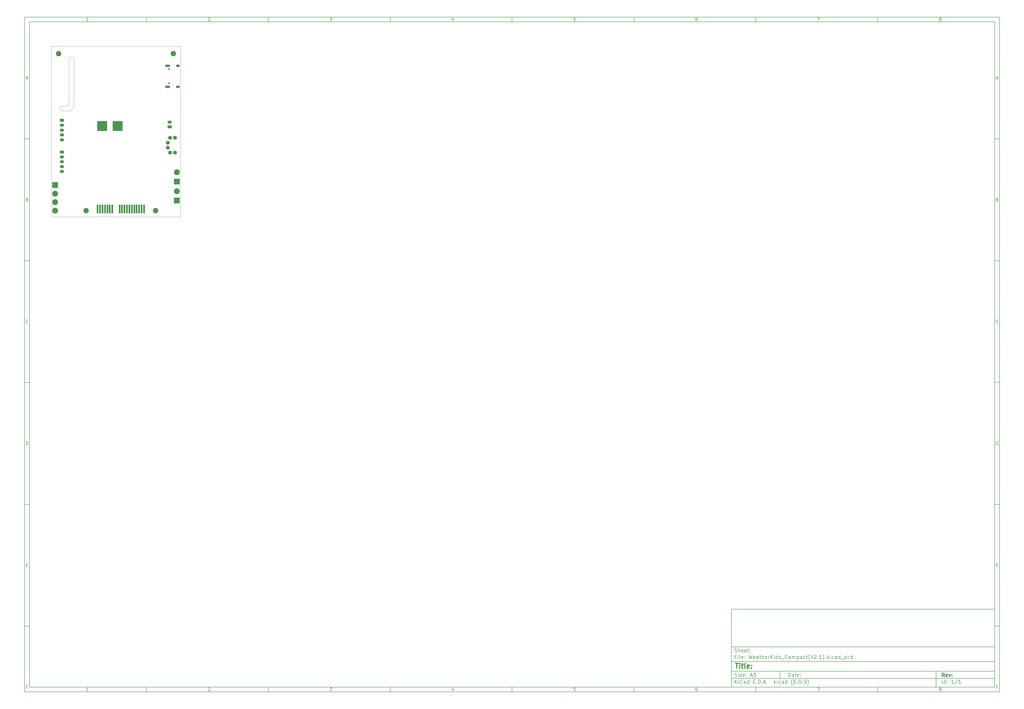
<source format=gbr>
%TF.GenerationSoftware,KiCad,Pcbnew,(6.0.9)*%
%TF.CreationDate,2023-07-18T14:40:25+05:30*%
%TF.ProjectId,WeatherKids_Compact(V2.1),57656174-6865-4724-9b69-64735f436f6d,rev?*%
%TF.SameCoordinates,PX1406f40PY14fb180*%
%TF.FileFunction,Soldermask,Bot*%
%TF.FilePolarity,Negative*%
%FSLAX46Y46*%
G04 Gerber Fmt 4.6, Leading zero omitted, Abs format (unit mm)*
G04 Created by KiCad (PCBNEW (6.0.9)) date 2023-07-18 14:40:25*
%MOMM*%
%LPD*%
G01*
G04 APERTURE LIST*
G04 Aperture macros list*
%AMRoundRect*
0 Rectangle with rounded corners*
0 $1 Rounding radius*
0 $2 $3 $4 $5 $6 $7 $8 $9 X,Y pos of 4 corners*
0 Add a 4 corners polygon primitive as box body*
4,1,4,$2,$3,$4,$5,$6,$7,$8,$9,$2,$3,0*
0 Add four circle primitives for the rounded corners*
1,1,$1+$1,$2,$3*
1,1,$1+$1,$4,$5*
1,1,$1+$1,$6,$7*
1,1,$1+$1,$8,$9*
0 Add four rect primitives between the rounded corners*
20,1,$1+$1,$2,$3,$4,$5,0*
20,1,$1+$1,$4,$5,$6,$7,0*
20,1,$1+$1,$6,$7,$8,$9,0*
20,1,$1+$1,$8,$9,$2,$3,0*%
G04 Aperture macros list end*
%ADD10C,0.100000*%
%ADD11C,0.150000*%
%ADD12C,0.300000*%
%ADD13C,0.400000*%
%TA.AperFunction,Profile*%
%ADD14C,0.050000*%
%TD*%
%ADD15RoundRect,0.227272X-1.772728X-1.772728X1.772728X-1.772728X1.772728X1.772728X-1.772728X1.772728X0*%
%ADD16C,2.200000*%
%ADD17C,2.400000*%
%ADD18R,2.400000X2.400000*%
%ADD19C,1.600000*%
%ADD20O,2.100000X1.000000*%
%ADD21O,1.600000X1.000000*%
%ADD22C,0.650000*%
%ADD23O,1.750000X1.200000*%
%ADD24RoundRect,0.250000X-0.625000X0.350000X-0.625000X-0.350000X0.625000X-0.350000X0.625000X0.350000X0*%
%ADD25R,0.700000X3.600000*%
%ADD26RoundRect,0.250000X0.625000X-0.350000X0.625000X0.350000X-0.625000X0.350000X-0.625000X-0.350000X0*%
G04 APERTURE END LIST*
D10*
D11*
X278989000Y-231002200D02*
X278989000Y-263002200D01*
X386989000Y-263002200D01*
X386989000Y-231002200D01*
X278989000Y-231002200D01*
D10*
D11*
X-11000000Y12000000D02*
X-11000000Y-265002200D01*
X388989000Y-265002200D01*
X388989000Y12000000D01*
X-11000000Y12000000D01*
D10*
D11*
X-9000000Y10000000D02*
X-9000000Y-263002200D01*
X386989000Y-263002200D01*
X386989000Y10000000D01*
X-9000000Y10000000D01*
D10*
D11*
X39000000Y10000000D02*
X39000000Y12000000D01*
D10*
D11*
X89000000Y10000000D02*
X89000000Y12000000D01*
D10*
D11*
X139000000Y10000000D02*
X139000000Y12000000D01*
D10*
D11*
X189000000Y10000000D02*
X189000000Y12000000D01*
D10*
D11*
X239000000Y10000000D02*
X239000000Y12000000D01*
D10*
D11*
X289000000Y10000000D02*
X289000000Y12000000D01*
D10*
D11*
X339000000Y10000000D02*
X339000000Y12000000D01*
D10*
D11*
X15065476Y10411905D02*
X14322619Y10411905D01*
X14694047Y10411905D02*
X14694047Y11711905D01*
X14570238Y11526191D01*
X14446428Y11402381D01*
X14322619Y11340477D01*
D10*
D11*
X64322619Y11588096D02*
X64384523Y11650000D01*
X64508333Y11711905D01*
X64817857Y11711905D01*
X64941666Y11650000D01*
X65003571Y11588096D01*
X65065476Y11464286D01*
X65065476Y11340477D01*
X65003571Y11154762D01*
X64260714Y10411905D01*
X65065476Y10411905D01*
D10*
D11*
X114260714Y11711905D02*
X115065476Y11711905D01*
X114632142Y11216667D01*
X114817857Y11216667D01*
X114941666Y11154762D01*
X115003571Y11092858D01*
X115065476Y10969048D01*
X115065476Y10659524D01*
X115003571Y10535715D01*
X114941666Y10473810D01*
X114817857Y10411905D01*
X114446428Y10411905D01*
X114322619Y10473810D01*
X114260714Y10535715D01*
D10*
D11*
X164941666Y11278572D02*
X164941666Y10411905D01*
X164632142Y11773810D02*
X164322619Y10845239D01*
X165127380Y10845239D01*
D10*
D11*
X215003571Y11711905D02*
X214384523Y11711905D01*
X214322619Y11092858D01*
X214384523Y11154762D01*
X214508333Y11216667D01*
X214817857Y11216667D01*
X214941666Y11154762D01*
X215003571Y11092858D01*
X215065476Y10969048D01*
X215065476Y10659524D01*
X215003571Y10535715D01*
X214941666Y10473810D01*
X214817857Y10411905D01*
X214508333Y10411905D01*
X214384523Y10473810D01*
X214322619Y10535715D01*
D10*
D11*
X264941666Y11711905D02*
X264694047Y11711905D01*
X264570238Y11650000D01*
X264508333Y11588096D01*
X264384523Y11402381D01*
X264322619Y11154762D01*
X264322619Y10659524D01*
X264384523Y10535715D01*
X264446428Y10473810D01*
X264570238Y10411905D01*
X264817857Y10411905D01*
X264941666Y10473810D01*
X265003571Y10535715D01*
X265065476Y10659524D01*
X265065476Y10969048D01*
X265003571Y11092858D01*
X264941666Y11154762D01*
X264817857Y11216667D01*
X264570238Y11216667D01*
X264446428Y11154762D01*
X264384523Y11092858D01*
X264322619Y10969048D01*
D10*
D11*
X314260714Y11711905D02*
X315127380Y11711905D01*
X314570238Y10411905D01*
D10*
D11*
X364570238Y11154762D02*
X364446428Y11216667D01*
X364384523Y11278572D01*
X364322619Y11402381D01*
X364322619Y11464286D01*
X364384523Y11588096D01*
X364446428Y11650000D01*
X364570238Y11711905D01*
X364817857Y11711905D01*
X364941666Y11650000D01*
X365003571Y11588096D01*
X365065476Y11464286D01*
X365065476Y11402381D01*
X365003571Y11278572D01*
X364941666Y11216667D01*
X364817857Y11154762D01*
X364570238Y11154762D01*
X364446428Y11092858D01*
X364384523Y11030953D01*
X364322619Y10907143D01*
X364322619Y10659524D01*
X364384523Y10535715D01*
X364446428Y10473810D01*
X364570238Y10411905D01*
X364817857Y10411905D01*
X364941666Y10473810D01*
X365003571Y10535715D01*
X365065476Y10659524D01*
X365065476Y10907143D01*
X365003571Y11030953D01*
X364941666Y11092858D01*
X364817857Y11154762D01*
D10*
D11*
X39000000Y-263002200D02*
X39000000Y-265002200D01*
D10*
D11*
X89000000Y-263002200D02*
X89000000Y-265002200D01*
D10*
D11*
X139000000Y-263002200D02*
X139000000Y-265002200D01*
D10*
D11*
X189000000Y-263002200D02*
X189000000Y-265002200D01*
D10*
D11*
X239000000Y-263002200D02*
X239000000Y-265002200D01*
D10*
D11*
X289000000Y-263002200D02*
X289000000Y-265002200D01*
D10*
D11*
X339000000Y-263002200D02*
X339000000Y-265002200D01*
D10*
D11*
X15065476Y-264590295D02*
X14322619Y-264590295D01*
X14694047Y-264590295D02*
X14694047Y-263290295D01*
X14570238Y-263476009D01*
X14446428Y-263599819D01*
X14322619Y-263661723D01*
D10*
D11*
X64322619Y-263414104D02*
X64384523Y-263352200D01*
X64508333Y-263290295D01*
X64817857Y-263290295D01*
X64941666Y-263352200D01*
X65003571Y-263414104D01*
X65065476Y-263537914D01*
X65065476Y-263661723D01*
X65003571Y-263847438D01*
X64260714Y-264590295D01*
X65065476Y-264590295D01*
D10*
D11*
X114260714Y-263290295D02*
X115065476Y-263290295D01*
X114632142Y-263785533D01*
X114817857Y-263785533D01*
X114941666Y-263847438D01*
X115003571Y-263909342D01*
X115065476Y-264033152D01*
X115065476Y-264342676D01*
X115003571Y-264466485D01*
X114941666Y-264528390D01*
X114817857Y-264590295D01*
X114446428Y-264590295D01*
X114322619Y-264528390D01*
X114260714Y-264466485D01*
D10*
D11*
X164941666Y-263723628D02*
X164941666Y-264590295D01*
X164632142Y-263228390D02*
X164322619Y-264156961D01*
X165127380Y-264156961D01*
D10*
D11*
X215003571Y-263290295D02*
X214384523Y-263290295D01*
X214322619Y-263909342D01*
X214384523Y-263847438D01*
X214508333Y-263785533D01*
X214817857Y-263785533D01*
X214941666Y-263847438D01*
X215003571Y-263909342D01*
X215065476Y-264033152D01*
X215065476Y-264342676D01*
X215003571Y-264466485D01*
X214941666Y-264528390D01*
X214817857Y-264590295D01*
X214508333Y-264590295D01*
X214384523Y-264528390D01*
X214322619Y-264466485D01*
D10*
D11*
X264941666Y-263290295D02*
X264694047Y-263290295D01*
X264570238Y-263352200D01*
X264508333Y-263414104D01*
X264384523Y-263599819D01*
X264322619Y-263847438D01*
X264322619Y-264342676D01*
X264384523Y-264466485D01*
X264446428Y-264528390D01*
X264570238Y-264590295D01*
X264817857Y-264590295D01*
X264941666Y-264528390D01*
X265003571Y-264466485D01*
X265065476Y-264342676D01*
X265065476Y-264033152D01*
X265003571Y-263909342D01*
X264941666Y-263847438D01*
X264817857Y-263785533D01*
X264570238Y-263785533D01*
X264446428Y-263847438D01*
X264384523Y-263909342D01*
X264322619Y-264033152D01*
D10*
D11*
X314260714Y-263290295D02*
X315127380Y-263290295D01*
X314570238Y-264590295D01*
D10*
D11*
X364570238Y-263847438D02*
X364446428Y-263785533D01*
X364384523Y-263723628D01*
X364322619Y-263599819D01*
X364322619Y-263537914D01*
X364384523Y-263414104D01*
X364446428Y-263352200D01*
X364570238Y-263290295D01*
X364817857Y-263290295D01*
X364941666Y-263352200D01*
X365003571Y-263414104D01*
X365065476Y-263537914D01*
X365065476Y-263599819D01*
X365003571Y-263723628D01*
X364941666Y-263785533D01*
X364817857Y-263847438D01*
X364570238Y-263847438D01*
X364446428Y-263909342D01*
X364384523Y-263971247D01*
X364322619Y-264095057D01*
X364322619Y-264342676D01*
X364384523Y-264466485D01*
X364446428Y-264528390D01*
X364570238Y-264590295D01*
X364817857Y-264590295D01*
X364941666Y-264528390D01*
X365003571Y-264466485D01*
X365065476Y-264342676D01*
X365065476Y-264095057D01*
X365003571Y-263971247D01*
X364941666Y-263909342D01*
X364817857Y-263847438D01*
D10*
D11*
X-11000000Y-38000000D02*
X-9000000Y-38000000D01*
D10*
D11*
X-11000000Y-88000000D02*
X-9000000Y-88000000D01*
D10*
D11*
X-11000000Y-138000000D02*
X-9000000Y-138000000D01*
D10*
D11*
X-11000000Y-188000000D02*
X-9000000Y-188000000D01*
D10*
D11*
X-11000000Y-238000000D02*
X-9000000Y-238000000D01*
D10*
D11*
X-10309524Y-13216666D02*
X-9690477Y-13216666D01*
X-10433334Y-13588095D02*
X-10000000Y-12288095D01*
X-9566667Y-13588095D01*
D10*
D11*
X-9907143Y-62907142D02*
X-9721429Y-62969047D01*
X-9659524Y-63030952D01*
X-9597620Y-63154761D01*
X-9597620Y-63340476D01*
X-9659524Y-63464285D01*
X-9721429Y-63526190D01*
X-9845239Y-63588095D01*
X-10340477Y-63588095D01*
X-10340477Y-62288095D01*
X-9907143Y-62288095D01*
X-9783334Y-62350000D01*
X-9721429Y-62411904D01*
X-9659524Y-62535714D01*
X-9659524Y-62659523D01*
X-9721429Y-62783333D01*
X-9783334Y-62845238D01*
X-9907143Y-62907142D01*
X-10340477Y-62907142D01*
D10*
D11*
X-9597620Y-113464285D02*
X-9659524Y-113526190D01*
X-9845239Y-113588095D01*
X-9969048Y-113588095D01*
X-10154762Y-113526190D01*
X-10278572Y-113402380D01*
X-10340477Y-113278571D01*
X-10402381Y-113030952D01*
X-10402381Y-112845238D01*
X-10340477Y-112597619D01*
X-10278572Y-112473809D01*
X-10154762Y-112350000D01*
X-9969048Y-112288095D01*
X-9845239Y-112288095D01*
X-9659524Y-112350000D01*
X-9597620Y-112411904D01*
D10*
D11*
X-10340477Y-163588095D02*
X-10340477Y-162288095D01*
X-10030953Y-162288095D01*
X-9845239Y-162350000D01*
X-9721429Y-162473809D01*
X-9659524Y-162597619D01*
X-9597620Y-162845238D01*
X-9597620Y-163030952D01*
X-9659524Y-163278571D01*
X-9721429Y-163402380D01*
X-9845239Y-163526190D01*
X-10030953Y-163588095D01*
X-10340477Y-163588095D01*
D10*
D11*
X-10278572Y-212907142D02*
X-9845239Y-212907142D01*
X-9659524Y-213588095D02*
X-10278572Y-213588095D01*
X-10278572Y-212288095D01*
X-9659524Y-212288095D01*
D10*
D11*
X-9814286Y-262907142D02*
X-10247620Y-262907142D01*
X-10247620Y-263588095D02*
X-10247620Y-262288095D01*
X-9628572Y-262288095D01*
D10*
D11*
X388989000Y-38000000D02*
X386989000Y-38000000D01*
D10*
D11*
X388989000Y-88000000D02*
X386989000Y-88000000D01*
D10*
D11*
X388989000Y-138000000D02*
X386989000Y-138000000D01*
D10*
D11*
X388989000Y-188000000D02*
X386989000Y-188000000D01*
D10*
D11*
X388989000Y-238000000D02*
X386989000Y-238000000D01*
D10*
D11*
X387679476Y-13216666D02*
X388298523Y-13216666D01*
X387555666Y-13588095D02*
X387989000Y-12288095D01*
X388422333Y-13588095D01*
D10*
D11*
X388081857Y-62907142D02*
X388267571Y-62969047D01*
X388329476Y-63030952D01*
X388391380Y-63154761D01*
X388391380Y-63340476D01*
X388329476Y-63464285D01*
X388267571Y-63526190D01*
X388143761Y-63588095D01*
X387648523Y-63588095D01*
X387648523Y-62288095D01*
X388081857Y-62288095D01*
X388205666Y-62350000D01*
X388267571Y-62411904D01*
X388329476Y-62535714D01*
X388329476Y-62659523D01*
X388267571Y-62783333D01*
X388205666Y-62845238D01*
X388081857Y-62907142D01*
X387648523Y-62907142D01*
D10*
D11*
X388391380Y-113464285D02*
X388329476Y-113526190D01*
X388143761Y-113588095D01*
X388019952Y-113588095D01*
X387834238Y-113526190D01*
X387710428Y-113402380D01*
X387648523Y-113278571D01*
X387586619Y-113030952D01*
X387586619Y-112845238D01*
X387648523Y-112597619D01*
X387710428Y-112473809D01*
X387834238Y-112350000D01*
X388019952Y-112288095D01*
X388143761Y-112288095D01*
X388329476Y-112350000D01*
X388391380Y-112411904D01*
D10*
D11*
X387648523Y-163588095D02*
X387648523Y-162288095D01*
X387958047Y-162288095D01*
X388143761Y-162350000D01*
X388267571Y-162473809D01*
X388329476Y-162597619D01*
X388391380Y-162845238D01*
X388391380Y-163030952D01*
X388329476Y-163278571D01*
X388267571Y-163402380D01*
X388143761Y-163526190D01*
X387958047Y-163588095D01*
X387648523Y-163588095D01*
D10*
D11*
X387710428Y-212907142D02*
X388143761Y-212907142D01*
X388329476Y-213588095D02*
X387710428Y-213588095D01*
X387710428Y-212288095D01*
X388329476Y-212288095D01*
D10*
D11*
X388174714Y-262907142D02*
X387741380Y-262907142D01*
X387741380Y-263588095D02*
X387741380Y-262288095D01*
X388360428Y-262288095D01*
D10*
D11*
X302421142Y-258780771D02*
X302421142Y-257280771D01*
X302778285Y-257280771D01*
X302992571Y-257352200D01*
X303135428Y-257495057D01*
X303206857Y-257637914D01*
X303278285Y-257923628D01*
X303278285Y-258137914D01*
X303206857Y-258423628D01*
X303135428Y-258566485D01*
X302992571Y-258709342D01*
X302778285Y-258780771D01*
X302421142Y-258780771D01*
X304564000Y-258780771D02*
X304564000Y-257995057D01*
X304492571Y-257852200D01*
X304349714Y-257780771D01*
X304064000Y-257780771D01*
X303921142Y-257852200D01*
X304564000Y-258709342D02*
X304421142Y-258780771D01*
X304064000Y-258780771D01*
X303921142Y-258709342D01*
X303849714Y-258566485D01*
X303849714Y-258423628D01*
X303921142Y-258280771D01*
X304064000Y-258209342D01*
X304421142Y-258209342D01*
X304564000Y-258137914D01*
X305064000Y-257780771D02*
X305635428Y-257780771D01*
X305278285Y-257280771D02*
X305278285Y-258566485D01*
X305349714Y-258709342D01*
X305492571Y-258780771D01*
X305635428Y-258780771D01*
X306706857Y-258709342D02*
X306564000Y-258780771D01*
X306278285Y-258780771D01*
X306135428Y-258709342D01*
X306064000Y-258566485D01*
X306064000Y-257995057D01*
X306135428Y-257852200D01*
X306278285Y-257780771D01*
X306564000Y-257780771D01*
X306706857Y-257852200D01*
X306778285Y-257995057D01*
X306778285Y-258137914D01*
X306064000Y-258280771D01*
X307421142Y-258637914D02*
X307492571Y-258709342D01*
X307421142Y-258780771D01*
X307349714Y-258709342D01*
X307421142Y-258637914D01*
X307421142Y-258780771D01*
X307421142Y-257852200D02*
X307492571Y-257923628D01*
X307421142Y-257995057D01*
X307349714Y-257923628D01*
X307421142Y-257852200D01*
X307421142Y-257995057D01*
D10*
D11*
X278989000Y-259502200D02*
X386989000Y-259502200D01*
D10*
D11*
X280421142Y-261580771D02*
X280421142Y-260080771D01*
X281278285Y-261580771D02*
X280635428Y-260723628D01*
X281278285Y-260080771D02*
X280421142Y-260937914D01*
X281921142Y-261580771D02*
X281921142Y-260580771D01*
X281921142Y-260080771D02*
X281849714Y-260152200D01*
X281921142Y-260223628D01*
X281992571Y-260152200D01*
X281921142Y-260080771D01*
X281921142Y-260223628D01*
X283492571Y-261437914D02*
X283421142Y-261509342D01*
X283206857Y-261580771D01*
X283064000Y-261580771D01*
X282849714Y-261509342D01*
X282706857Y-261366485D01*
X282635428Y-261223628D01*
X282564000Y-260937914D01*
X282564000Y-260723628D01*
X282635428Y-260437914D01*
X282706857Y-260295057D01*
X282849714Y-260152200D01*
X283064000Y-260080771D01*
X283206857Y-260080771D01*
X283421142Y-260152200D01*
X283492571Y-260223628D01*
X284778285Y-261580771D02*
X284778285Y-260795057D01*
X284706857Y-260652200D01*
X284564000Y-260580771D01*
X284278285Y-260580771D01*
X284135428Y-260652200D01*
X284778285Y-261509342D02*
X284635428Y-261580771D01*
X284278285Y-261580771D01*
X284135428Y-261509342D01*
X284064000Y-261366485D01*
X284064000Y-261223628D01*
X284135428Y-261080771D01*
X284278285Y-261009342D01*
X284635428Y-261009342D01*
X284778285Y-260937914D01*
X286135428Y-261580771D02*
X286135428Y-260080771D01*
X286135428Y-261509342D02*
X285992571Y-261580771D01*
X285706857Y-261580771D01*
X285564000Y-261509342D01*
X285492571Y-261437914D01*
X285421142Y-261295057D01*
X285421142Y-260866485D01*
X285492571Y-260723628D01*
X285564000Y-260652200D01*
X285706857Y-260580771D01*
X285992571Y-260580771D01*
X286135428Y-260652200D01*
X287992571Y-260795057D02*
X288492571Y-260795057D01*
X288706857Y-261580771D02*
X287992571Y-261580771D01*
X287992571Y-260080771D01*
X288706857Y-260080771D01*
X289349714Y-261437914D02*
X289421142Y-261509342D01*
X289349714Y-261580771D01*
X289278285Y-261509342D01*
X289349714Y-261437914D01*
X289349714Y-261580771D01*
X290064000Y-261580771D02*
X290064000Y-260080771D01*
X290421142Y-260080771D01*
X290635428Y-260152200D01*
X290778285Y-260295057D01*
X290849714Y-260437914D01*
X290921142Y-260723628D01*
X290921142Y-260937914D01*
X290849714Y-261223628D01*
X290778285Y-261366485D01*
X290635428Y-261509342D01*
X290421142Y-261580771D01*
X290064000Y-261580771D01*
X291564000Y-261437914D02*
X291635428Y-261509342D01*
X291564000Y-261580771D01*
X291492571Y-261509342D01*
X291564000Y-261437914D01*
X291564000Y-261580771D01*
X292206857Y-261152200D02*
X292921142Y-261152200D01*
X292064000Y-261580771D02*
X292564000Y-260080771D01*
X293064000Y-261580771D01*
X293564000Y-261437914D02*
X293635428Y-261509342D01*
X293564000Y-261580771D01*
X293492571Y-261509342D01*
X293564000Y-261437914D01*
X293564000Y-261580771D01*
X296564000Y-261580771D02*
X296564000Y-260080771D01*
X296706857Y-261009342D02*
X297135428Y-261580771D01*
X297135428Y-260580771D02*
X296564000Y-261152200D01*
X297778285Y-261580771D02*
X297778285Y-260580771D01*
X297778285Y-260080771D02*
X297706857Y-260152200D01*
X297778285Y-260223628D01*
X297849714Y-260152200D01*
X297778285Y-260080771D01*
X297778285Y-260223628D01*
X299135428Y-261509342D02*
X298992571Y-261580771D01*
X298706857Y-261580771D01*
X298564000Y-261509342D01*
X298492571Y-261437914D01*
X298421142Y-261295057D01*
X298421142Y-260866485D01*
X298492571Y-260723628D01*
X298564000Y-260652200D01*
X298706857Y-260580771D01*
X298992571Y-260580771D01*
X299135428Y-260652200D01*
X300421142Y-261580771D02*
X300421142Y-260795057D01*
X300349714Y-260652200D01*
X300206857Y-260580771D01*
X299921142Y-260580771D01*
X299778285Y-260652200D01*
X300421142Y-261509342D02*
X300278285Y-261580771D01*
X299921142Y-261580771D01*
X299778285Y-261509342D01*
X299706857Y-261366485D01*
X299706857Y-261223628D01*
X299778285Y-261080771D01*
X299921142Y-261009342D01*
X300278285Y-261009342D01*
X300421142Y-260937914D01*
X301778285Y-261580771D02*
X301778285Y-260080771D01*
X301778285Y-261509342D02*
X301635428Y-261580771D01*
X301349714Y-261580771D01*
X301206857Y-261509342D01*
X301135428Y-261437914D01*
X301064000Y-261295057D01*
X301064000Y-260866485D01*
X301135428Y-260723628D01*
X301206857Y-260652200D01*
X301349714Y-260580771D01*
X301635428Y-260580771D01*
X301778285Y-260652200D01*
X304064000Y-262152200D02*
X303992571Y-262080771D01*
X303849714Y-261866485D01*
X303778285Y-261723628D01*
X303706857Y-261509342D01*
X303635428Y-261152200D01*
X303635428Y-260866485D01*
X303706857Y-260509342D01*
X303778285Y-260295057D01*
X303849714Y-260152200D01*
X303992571Y-259937914D01*
X304064000Y-259866485D01*
X305278285Y-260080771D02*
X304992571Y-260080771D01*
X304849714Y-260152200D01*
X304778285Y-260223628D01*
X304635428Y-260437914D01*
X304564000Y-260723628D01*
X304564000Y-261295057D01*
X304635428Y-261437914D01*
X304706857Y-261509342D01*
X304849714Y-261580771D01*
X305135428Y-261580771D01*
X305278285Y-261509342D01*
X305349714Y-261437914D01*
X305421142Y-261295057D01*
X305421142Y-260937914D01*
X305349714Y-260795057D01*
X305278285Y-260723628D01*
X305135428Y-260652200D01*
X304849714Y-260652200D01*
X304706857Y-260723628D01*
X304635428Y-260795057D01*
X304564000Y-260937914D01*
X306064000Y-261437914D02*
X306135428Y-261509342D01*
X306064000Y-261580771D01*
X305992571Y-261509342D01*
X306064000Y-261437914D01*
X306064000Y-261580771D01*
X307064000Y-260080771D02*
X307206857Y-260080771D01*
X307349714Y-260152200D01*
X307421142Y-260223628D01*
X307492571Y-260366485D01*
X307564000Y-260652200D01*
X307564000Y-261009342D01*
X307492571Y-261295057D01*
X307421142Y-261437914D01*
X307349714Y-261509342D01*
X307206857Y-261580771D01*
X307064000Y-261580771D01*
X306921142Y-261509342D01*
X306849714Y-261437914D01*
X306778285Y-261295057D01*
X306706857Y-261009342D01*
X306706857Y-260652200D01*
X306778285Y-260366485D01*
X306849714Y-260223628D01*
X306921142Y-260152200D01*
X307064000Y-260080771D01*
X308206857Y-261437914D02*
X308278285Y-261509342D01*
X308206857Y-261580771D01*
X308135428Y-261509342D01*
X308206857Y-261437914D01*
X308206857Y-261580771D01*
X308992571Y-261580771D02*
X309278285Y-261580771D01*
X309421142Y-261509342D01*
X309492571Y-261437914D01*
X309635428Y-261223628D01*
X309706857Y-260937914D01*
X309706857Y-260366485D01*
X309635428Y-260223628D01*
X309564000Y-260152200D01*
X309421142Y-260080771D01*
X309135428Y-260080771D01*
X308992571Y-260152200D01*
X308921142Y-260223628D01*
X308849714Y-260366485D01*
X308849714Y-260723628D01*
X308921142Y-260866485D01*
X308992571Y-260937914D01*
X309135428Y-261009342D01*
X309421142Y-261009342D01*
X309564000Y-260937914D01*
X309635428Y-260866485D01*
X309706857Y-260723628D01*
X310206857Y-262152200D02*
X310278285Y-262080771D01*
X310421142Y-261866485D01*
X310492571Y-261723628D01*
X310564000Y-261509342D01*
X310635428Y-261152200D01*
X310635428Y-260866485D01*
X310564000Y-260509342D01*
X310492571Y-260295057D01*
X310421142Y-260152200D01*
X310278285Y-259937914D01*
X310206857Y-259866485D01*
D10*
D11*
X278989000Y-256502200D02*
X386989000Y-256502200D01*
D10*
D12*
X366398285Y-258780771D02*
X365898285Y-258066485D01*
X365541142Y-258780771D02*
X365541142Y-257280771D01*
X366112571Y-257280771D01*
X366255428Y-257352200D01*
X366326857Y-257423628D01*
X366398285Y-257566485D01*
X366398285Y-257780771D01*
X366326857Y-257923628D01*
X366255428Y-257995057D01*
X366112571Y-258066485D01*
X365541142Y-258066485D01*
X367612571Y-258709342D02*
X367469714Y-258780771D01*
X367184000Y-258780771D01*
X367041142Y-258709342D01*
X366969714Y-258566485D01*
X366969714Y-257995057D01*
X367041142Y-257852200D01*
X367184000Y-257780771D01*
X367469714Y-257780771D01*
X367612571Y-257852200D01*
X367684000Y-257995057D01*
X367684000Y-258137914D01*
X366969714Y-258280771D01*
X368184000Y-257780771D02*
X368541142Y-258780771D01*
X368898285Y-257780771D01*
X369469714Y-258637914D02*
X369541142Y-258709342D01*
X369469714Y-258780771D01*
X369398285Y-258709342D01*
X369469714Y-258637914D01*
X369469714Y-258780771D01*
X369469714Y-257852200D02*
X369541142Y-257923628D01*
X369469714Y-257995057D01*
X369398285Y-257923628D01*
X369469714Y-257852200D01*
X369469714Y-257995057D01*
D10*
D11*
X280349714Y-258709342D02*
X280564000Y-258780771D01*
X280921142Y-258780771D01*
X281064000Y-258709342D01*
X281135428Y-258637914D01*
X281206857Y-258495057D01*
X281206857Y-258352200D01*
X281135428Y-258209342D01*
X281064000Y-258137914D01*
X280921142Y-258066485D01*
X280635428Y-257995057D01*
X280492571Y-257923628D01*
X280421142Y-257852200D01*
X280349714Y-257709342D01*
X280349714Y-257566485D01*
X280421142Y-257423628D01*
X280492571Y-257352200D01*
X280635428Y-257280771D01*
X280992571Y-257280771D01*
X281206857Y-257352200D01*
X281849714Y-258780771D02*
X281849714Y-257780771D01*
X281849714Y-257280771D02*
X281778285Y-257352200D01*
X281849714Y-257423628D01*
X281921142Y-257352200D01*
X281849714Y-257280771D01*
X281849714Y-257423628D01*
X282421142Y-257780771D02*
X283206857Y-257780771D01*
X282421142Y-258780771D01*
X283206857Y-258780771D01*
X284349714Y-258709342D02*
X284206857Y-258780771D01*
X283921142Y-258780771D01*
X283778285Y-258709342D01*
X283706857Y-258566485D01*
X283706857Y-257995057D01*
X283778285Y-257852200D01*
X283921142Y-257780771D01*
X284206857Y-257780771D01*
X284349714Y-257852200D01*
X284421142Y-257995057D01*
X284421142Y-258137914D01*
X283706857Y-258280771D01*
X285064000Y-258637914D02*
X285135428Y-258709342D01*
X285064000Y-258780771D01*
X284992571Y-258709342D01*
X285064000Y-258637914D01*
X285064000Y-258780771D01*
X285064000Y-257852200D02*
X285135428Y-257923628D01*
X285064000Y-257995057D01*
X284992571Y-257923628D01*
X285064000Y-257852200D01*
X285064000Y-257995057D01*
X286849714Y-258352200D02*
X287564000Y-258352200D01*
X286706857Y-258780771D02*
X287206857Y-257280771D01*
X287706857Y-258780771D01*
X288064000Y-257280771D02*
X288992571Y-257280771D01*
X288492571Y-257852200D01*
X288706857Y-257852200D01*
X288849714Y-257923628D01*
X288921142Y-257995057D01*
X288992571Y-258137914D01*
X288992571Y-258495057D01*
X288921142Y-258637914D01*
X288849714Y-258709342D01*
X288706857Y-258780771D01*
X288278285Y-258780771D01*
X288135428Y-258709342D01*
X288064000Y-258637914D01*
D10*
D11*
X365421142Y-261580771D02*
X365421142Y-260080771D01*
X366778285Y-261580771D02*
X366778285Y-260080771D01*
X366778285Y-261509342D02*
X366635428Y-261580771D01*
X366349714Y-261580771D01*
X366206857Y-261509342D01*
X366135428Y-261437914D01*
X366064000Y-261295057D01*
X366064000Y-260866485D01*
X366135428Y-260723628D01*
X366206857Y-260652200D01*
X366349714Y-260580771D01*
X366635428Y-260580771D01*
X366778285Y-260652200D01*
X367492571Y-261437914D02*
X367564000Y-261509342D01*
X367492571Y-261580771D01*
X367421142Y-261509342D01*
X367492571Y-261437914D01*
X367492571Y-261580771D01*
X367492571Y-260652200D02*
X367564000Y-260723628D01*
X367492571Y-260795057D01*
X367421142Y-260723628D01*
X367492571Y-260652200D01*
X367492571Y-260795057D01*
X370135428Y-261580771D02*
X369278285Y-261580771D01*
X369706857Y-261580771D02*
X369706857Y-260080771D01*
X369564000Y-260295057D01*
X369421142Y-260437914D01*
X369278285Y-260509342D01*
X371849714Y-260009342D02*
X370564000Y-261937914D01*
X373135428Y-261580771D02*
X372278285Y-261580771D01*
X372706857Y-261580771D02*
X372706857Y-260080771D01*
X372564000Y-260295057D01*
X372421142Y-260437914D01*
X372278285Y-260509342D01*
D10*
D11*
X278989000Y-252502200D02*
X386989000Y-252502200D01*
D10*
D13*
X280701380Y-253206961D02*
X281844238Y-253206961D01*
X281022809Y-255206961D02*
X281272809Y-253206961D01*
X282260904Y-255206961D02*
X282427571Y-253873628D01*
X282510904Y-253206961D02*
X282403761Y-253302200D01*
X282487095Y-253397438D01*
X282594238Y-253302200D01*
X282510904Y-253206961D01*
X282487095Y-253397438D01*
X283094238Y-253873628D02*
X283856142Y-253873628D01*
X283463285Y-253206961D02*
X283249000Y-254921247D01*
X283320428Y-255111723D01*
X283499000Y-255206961D01*
X283689476Y-255206961D01*
X284641857Y-255206961D02*
X284463285Y-255111723D01*
X284391857Y-254921247D01*
X284606142Y-253206961D01*
X286177571Y-255111723D02*
X285975190Y-255206961D01*
X285594238Y-255206961D01*
X285415666Y-255111723D01*
X285344238Y-254921247D01*
X285439476Y-254159342D01*
X285558523Y-253968866D01*
X285760904Y-253873628D01*
X286141857Y-253873628D01*
X286320428Y-253968866D01*
X286391857Y-254159342D01*
X286368047Y-254349819D01*
X285391857Y-254540295D01*
X287141857Y-255016485D02*
X287225190Y-255111723D01*
X287118047Y-255206961D01*
X287034714Y-255111723D01*
X287141857Y-255016485D01*
X287118047Y-255206961D01*
X287272809Y-253968866D02*
X287356142Y-254064104D01*
X287249000Y-254159342D01*
X287165666Y-254064104D01*
X287272809Y-253968866D01*
X287249000Y-254159342D01*
D10*
D11*
X280921142Y-250595057D02*
X280421142Y-250595057D01*
X280421142Y-251380771D02*
X280421142Y-249880771D01*
X281135428Y-249880771D01*
X281706857Y-251380771D02*
X281706857Y-250380771D01*
X281706857Y-249880771D02*
X281635428Y-249952200D01*
X281706857Y-250023628D01*
X281778285Y-249952200D01*
X281706857Y-249880771D01*
X281706857Y-250023628D01*
X282635428Y-251380771D02*
X282492571Y-251309342D01*
X282421142Y-251166485D01*
X282421142Y-249880771D01*
X283778285Y-251309342D02*
X283635428Y-251380771D01*
X283349714Y-251380771D01*
X283206857Y-251309342D01*
X283135428Y-251166485D01*
X283135428Y-250595057D01*
X283206857Y-250452200D01*
X283349714Y-250380771D01*
X283635428Y-250380771D01*
X283778285Y-250452200D01*
X283849714Y-250595057D01*
X283849714Y-250737914D01*
X283135428Y-250880771D01*
X284492571Y-251237914D02*
X284564000Y-251309342D01*
X284492571Y-251380771D01*
X284421142Y-251309342D01*
X284492571Y-251237914D01*
X284492571Y-251380771D01*
X284492571Y-250452200D02*
X284564000Y-250523628D01*
X284492571Y-250595057D01*
X284421142Y-250523628D01*
X284492571Y-250452200D01*
X284492571Y-250595057D01*
X286206857Y-249880771D02*
X286564000Y-251380771D01*
X286849714Y-250309342D01*
X287135428Y-251380771D01*
X287492571Y-249880771D01*
X288635428Y-251309342D02*
X288492571Y-251380771D01*
X288206857Y-251380771D01*
X288064000Y-251309342D01*
X287992571Y-251166485D01*
X287992571Y-250595057D01*
X288064000Y-250452200D01*
X288206857Y-250380771D01*
X288492571Y-250380771D01*
X288635428Y-250452200D01*
X288706857Y-250595057D01*
X288706857Y-250737914D01*
X287992571Y-250880771D01*
X289992571Y-251380771D02*
X289992571Y-250595057D01*
X289921142Y-250452200D01*
X289778285Y-250380771D01*
X289492571Y-250380771D01*
X289349714Y-250452200D01*
X289992571Y-251309342D02*
X289849714Y-251380771D01*
X289492571Y-251380771D01*
X289349714Y-251309342D01*
X289278285Y-251166485D01*
X289278285Y-251023628D01*
X289349714Y-250880771D01*
X289492571Y-250809342D01*
X289849714Y-250809342D01*
X289992571Y-250737914D01*
X290492571Y-250380771D02*
X291064000Y-250380771D01*
X290706857Y-249880771D02*
X290706857Y-251166485D01*
X290778285Y-251309342D01*
X290921142Y-251380771D01*
X291064000Y-251380771D01*
X291564000Y-251380771D02*
X291564000Y-249880771D01*
X292206857Y-251380771D02*
X292206857Y-250595057D01*
X292135428Y-250452200D01*
X291992571Y-250380771D01*
X291778285Y-250380771D01*
X291635428Y-250452200D01*
X291564000Y-250523628D01*
X293492571Y-251309342D02*
X293349714Y-251380771D01*
X293064000Y-251380771D01*
X292921142Y-251309342D01*
X292849714Y-251166485D01*
X292849714Y-250595057D01*
X292921142Y-250452200D01*
X293064000Y-250380771D01*
X293349714Y-250380771D01*
X293492571Y-250452200D01*
X293564000Y-250595057D01*
X293564000Y-250737914D01*
X292849714Y-250880771D01*
X294206857Y-251380771D02*
X294206857Y-250380771D01*
X294206857Y-250666485D02*
X294278285Y-250523628D01*
X294349714Y-250452200D01*
X294492571Y-250380771D01*
X294635428Y-250380771D01*
X295135428Y-251380771D02*
X295135428Y-249880771D01*
X295992571Y-251380771D02*
X295349714Y-250523628D01*
X295992571Y-249880771D02*
X295135428Y-250737914D01*
X296635428Y-251380771D02*
X296635428Y-250380771D01*
X296635428Y-249880771D02*
X296564000Y-249952200D01*
X296635428Y-250023628D01*
X296706857Y-249952200D01*
X296635428Y-249880771D01*
X296635428Y-250023628D01*
X297992571Y-251380771D02*
X297992571Y-249880771D01*
X297992571Y-251309342D02*
X297849714Y-251380771D01*
X297564000Y-251380771D01*
X297421142Y-251309342D01*
X297349714Y-251237914D01*
X297278285Y-251095057D01*
X297278285Y-250666485D01*
X297349714Y-250523628D01*
X297421142Y-250452200D01*
X297564000Y-250380771D01*
X297849714Y-250380771D01*
X297992571Y-250452200D01*
X298635428Y-251309342D02*
X298778285Y-251380771D01*
X299064000Y-251380771D01*
X299206857Y-251309342D01*
X299278285Y-251166485D01*
X299278285Y-251095057D01*
X299206857Y-250952200D01*
X299064000Y-250880771D01*
X298849714Y-250880771D01*
X298706857Y-250809342D01*
X298635428Y-250666485D01*
X298635428Y-250595057D01*
X298706857Y-250452200D01*
X298849714Y-250380771D01*
X299064000Y-250380771D01*
X299206857Y-250452200D01*
X299564000Y-251523628D02*
X300706857Y-251523628D01*
X301921142Y-251237914D02*
X301849714Y-251309342D01*
X301635428Y-251380771D01*
X301492571Y-251380771D01*
X301278285Y-251309342D01*
X301135428Y-251166485D01*
X301064000Y-251023628D01*
X300992571Y-250737914D01*
X300992571Y-250523628D01*
X301064000Y-250237914D01*
X301135428Y-250095057D01*
X301278285Y-249952200D01*
X301492571Y-249880771D01*
X301635428Y-249880771D01*
X301849714Y-249952200D01*
X301921142Y-250023628D01*
X302778285Y-251380771D02*
X302635428Y-251309342D01*
X302564000Y-251237914D01*
X302492571Y-251095057D01*
X302492571Y-250666485D01*
X302564000Y-250523628D01*
X302635428Y-250452200D01*
X302778285Y-250380771D01*
X302992571Y-250380771D01*
X303135428Y-250452200D01*
X303206857Y-250523628D01*
X303278285Y-250666485D01*
X303278285Y-251095057D01*
X303206857Y-251237914D01*
X303135428Y-251309342D01*
X302992571Y-251380771D01*
X302778285Y-251380771D01*
X303921142Y-251380771D02*
X303921142Y-250380771D01*
X303921142Y-250523628D02*
X303992571Y-250452200D01*
X304135428Y-250380771D01*
X304349714Y-250380771D01*
X304492571Y-250452200D01*
X304564000Y-250595057D01*
X304564000Y-251380771D01*
X304564000Y-250595057D02*
X304635428Y-250452200D01*
X304778285Y-250380771D01*
X304992571Y-250380771D01*
X305135428Y-250452200D01*
X305206857Y-250595057D01*
X305206857Y-251380771D01*
X305921142Y-250380771D02*
X305921142Y-251880771D01*
X305921142Y-250452200D02*
X306064000Y-250380771D01*
X306349714Y-250380771D01*
X306492571Y-250452200D01*
X306564000Y-250523628D01*
X306635428Y-250666485D01*
X306635428Y-251095057D01*
X306564000Y-251237914D01*
X306492571Y-251309342D01*
X306349714Y-251380771D01*
X306064000Y-251380771D01*
X305921142Y-251309342D01*
X307921142Y-251380771D02*
X307921142Y-250595057D01*
X307849714Y-250452200D01*
X307706857Y-250380771D01*
X307421142Y-250380771D01*
X307278285Y-250452200D01*
X307921142Y-251309342D02*
X307778285Y-251380771D01*
X307421142Y-251380771D01*
X307278285Y-251309342D01*
X307206857Y-251166485D01*
X307206857Y-251023628D01*
X307278285Y-250880771D01*
X307421142Y-250809342D01*
X307778285Y-250809342D01*
X307921142Y-250737914D01*
X309278285Y-251309342D02*
X309135428Y-251380771D01*
X308849714Y-251380771D01*
X308706857Y-251309342D01*
X308635428Y-251237914D01*
X308564000Y-251095057D01*
X308564000Y-250666485D01*
X308635428Y-250523628D01*
X308706857Y-250452200D01*
X308849714Y-250380771D01*
X309135428Y-250380771D01*
X309278285Y-250452200D01*
X309706857Y-250380771D02*
X310278285Y-250380771D01*
X309921142Y-249880771D02*
X309921142Y-251166485D01*
X309992571Y-251309342D01*
X310135428Y-251380771D01*
X310278285Y-251380771D01*
X311206857Y-251952200D02*
X311135428Y-251880771D01*
X310992571Y-251666485D01*
X310921142Y-251523628D01*
X310849714Y-251309342D01*
X310778285Y-250952200D01*
X310778285Y-250666485D01*
X310849714Y-250309342D01*
X310921142Y-250095057D01*
X310992571Y-249952200D01*
X311135428Y-249737914D01*
X311206857Y-249666485D01*
X311564000Y-249880771D02*
X312064000Y-251380771D01*
X312564000Y-249880771D01*
X312992571Y-250023628D02*
X313064000Y-249952200D01*
X313206857Y-249880771D01*
X313564000Y-249880771D01*
X313706857Y-249952200D01*
X313778285Y-250023628D01*
X313849714Y-250166485D01*
X313849714Y-250309342D01*
X313778285Y-250523628D01*
X312921142Y-251380771D01*
X313849714Y-251380771D01*
X314492571Y-251237914D02*
X314564000Y-251309342D01*
X314492571Y-251380771D01*
X314421142Y-251309342D01*
X314492571Y-251237914D01*
X314492571Y-251380771D01*
X315992571Y-251380771D02*
X315135428Y-251380771D01*
X315564000Y-251380771D02*
X315564000Y-249880771D01*
X315421142Y-250095057D01*
X315278285Y-250237914D01*
X315135428Y-250309342D01*
X316492571Y-251952200D02*
X316564000Y-251880771D01*
X316706857Y-251666485D01*
X316778285Y-251523628D01*
X316849714Y-251309342D01*
X316921142Y-250952200D01*
X316921142Y-250666485D01*
X316849714Y-250309342D01*
X316778285Y-250095057D01*
X316706857Y-249952200D01*
X316564000Y-249737914D01*
X316492571Y-249666485D01*
X317635428Y-251237914D02*
X317706857Y-251309342D01*
X317635428Y-251380771D01*
X317564000Y-251309342D01*
X317635428Y-251237914D01*
X317635428Y-251380771D01*
X318349714Y-251380771D02*
X318349714Y-249880771D01*
X318492571Y-250809342D02*
X318921142Y-251380771D01*
X318921142Y-250380771D02*
X318349714Y-250952200D01*
X319564000Y-251380771D02*
X319564000Y-250380771D01*
X319564000Y-249880771D02*
X319492571Y-249952200D01*
X319564000Y-250023628D01*
X319635428Y-249952200D01*
X319564000Y-249880771D01*
X319564000Y-250023628D01*
X320921142Y-251309342D02*
X320778285Y-251380771D01*
X320492571Y-251380771D01*
X320349714Y-251309342D01*
X320278285Y-251237914D01*
X320206857Y-251095057D01*
X320206857Y-250666485D01*
X320278285Y-250523628D01*
X320349714Y-250452200D01*
X320492571Y-250380771D01*
X320778285Y-250380771D01*
X320921142Y-250452200D01*
X322206857Y-251380771D02*
X322206857Y-250595057D01*
X322135428Y-250452200D01*
X321992571Y-250380771D01*
X321706857Y-250380771D01*
X321564000Y-250452200D01*
X322206857Y-251309342D02*
X322064000Y-251380771D01*
X321706857Y-251380771D01*
X321564000Y-251309342D01*
X321492571Y-251166485D01*
X321492571Y-251023628D01*
X321564000Y-250880771D01*
X321706857Y-250809342D01*
X322064000Y-250809342D01*
X322206857Y-250737914D01*
X323564000Y-251380771D02*
X323564000Y-249880771D01*
X323564000Y-251309342D02*
X323421142Y-251380771D01*
X323135428Y-251380771D01*
X322992571Y-251309342D01*
X322921142Y-251237914D01*
X322849714Y-251095057D01*
X322849714Y-250666485D01*
X322921142Y-250523628D01*
X322992571Y-250452200D01*
X323135428Y-250380771D01*
X323421142Y-250380771D01*
X323564000Y-250452200D01*
X323921142Y-251523628D02*
X325064000Y-251523628D01*
X325421142Y-250380771D02*
X325421142Y-251880771D01*
X325421142Y-250452200D02*
X325564000Y-250380771D01*
X325849714Y-250380771D01*
X325992571Y-250452200D01*
X326064000Y-250523628D01*
X326135428Y-250666485D01*
X326135428Y-251095057D01*
X326064000Y-251237914D01*
X325992571Y-251309342D01*
X325849714Y-251380771D01*
X325564000Y-251380771D01*
X325421142Y-251309342D01*
X327421142Y-251309342D02*
X327278285Y-251380771D01*
X326992571Y-251380771D01*
X326849714Y-251309342D01*
X326778285Y-251237914D01*
X326706857Y-251095057D01*
X326706857Y-250666485D01*
X326778285Y-250523628D01*
X326849714Y-250452200D01*
X326992571Y-250380771D01*
X327278285Y-250380771D01*
X327421142Y-250452200D01*
X328064000Y-251380771D02*
X328064000Y-249880771D01*
X328064000Y-250452200D02*
X328206857Y-250380771D01*
X328492571Y-250380771D01*
X328635428Y-250452200D01*
X328706857Y-250523628D01*
X328778285Y-250666485D01*
X328778285Y-251095057D01*
X328706857Y-251237914D01*
X328635428Y-251309342D01*
X328492571Y-251380771D01*
X328206857Y-251380771D01*
X328064000Y-251309342D01*
D10*
D11*
X278989000Y-246502200D02*
X386989000Y-246502200D01*
D10*
D11*
X280349714Y-248609342D02*
X280564000Y-248680771D01*
X280921142Y-248680771D01*
X281064000Y-248609342D01*
X281135428Y-248537914D01*
X281206857Y-248395057D01*
X281206857Y-248252200D01*
X281135428Y-248109342D01*
X281064000Y-248037914D01*
X280921142Y-247966485D01*
X280635428Y-247895057D01*
X280492571Y-247823628D01*
X280421142Y-247752200D01*
X280349714Y-247609342D01*
X280349714Y-247466485D01*
X280421142Y-247323628D01*
X280492571Y-247252200D01*
X280635428Y-247180771D01*
X280992571Y-247180771D01*
X281206857Y-247252200D01*
X281849714Y-248680771D02*
X281849714Y-247180771D01*
X282492571Y-248680771D02*
X282492571Y-247895057D01*
X282421142Y-247752200D01*
X282278285Y-247680771D01*
X282064000Y-247680771D01*
X281921142Y-247752200D01*
X281849714Y-247823628D01*
X283778285Y-248609342D02*
X283635428Y-248680771D01*
X283349714Y-248680771D01*
X283206857Y-248609342D01*
X283135428Y-248466485D01*
X283135428Y-247895057D01*
X283206857Y-247752200D01*
X283349714Y-247680771D01*
X283635428Y-247680771D01*
X283778285Y-247752200D01*
X283849714Y-247895057D01*
X283849714Y-248037914D01*
X283135428Y-248180771D01*
X285064000Y-248609342D02*
X284921142Y-248680771D01*
X284635428Y-248680771D01*
X284492571Y-248609342D01*
X284421142Y-248466485D01*
X284421142Y-247895057D01*
X284492571Y-247752200D01*
X284635428Y-247680771D01*
X284921142Y-247680771D01*
X285064000Y-247752200D01*
X285135428Y-247895057D01*
X285135428Y-248037914D01*
X284421142Y-248180771D01*
X285564000Y-247680771D02*
X286135428Y-247680771D01*
X285778285Y-247180771D02*
X285778285Y-248466485D01*
X285849714Y-248609342D01*
X285992571Y-248680771D01*
X286135428Y-248680771D01*
X286635428Y-248537914D02*
X286706857Y-248609342D01*
X286635428Y-248680771D01*
X286564000Y-248609342D01*
X286635428Y-248537914D01*
X286635428Y-248680771D01*
X286635428Y-247752200D02*
X286706857Y-247823628D01*
X286635428Y-247895057D01*
X286564000Y-247823628D01*
X286635428Y-247752200D01*
X286635428Y-247895057D01*
D10*
D12*
D10*
D11*
D10*
D11*
D10*
D11*
D10*
D11*
D10*
D11*
X298989000Y-256502200D02*
X298989000Y-259502200D01*
D10*
D11*
X362989000Y-256502200D02*
X362989000Y-263002200D01*
D14*
X0Y-70000000D02*
X53000000Y-70000000D01*
X4351225Y-24600000D02*
G75*
G03*
X4351225Y-26600000I50025J-1000000D01*
G01*
X9200000Y-5451225D02*
G75*
G03*
X7200000Y-5451225I-1000000J-50025D01*
G01*
X53000000Y-70000000D02*
X53000000Y0D01*
X9200000Y-5451225D02*
X9200000Y-24600000D01*
X7200000Y-23600000D02*
X7200000Y-5451225D01*
X6100000Y-24600000D02*
G75*
G03*
X7200000Y-23600000I50000J1050000D01*
G01*
X0Y0D02*
X0Y-70000000D01*
X53000000Y0D02*
X0Y0D01*
X7100000Y-26600000D02*
G75*
G03*
X9200000Y-24600000I50000J2050000D01*
G01*
X4351225Y-26600000D02*
X7100000Y-26600000D01*
X4351225Y-24600000D02*
X6100000Y-24600000D01*
D15*
%TO.C,J8*%
X27200000Y-32750000D03*
%TD*%
D16*
%TO.C,H2*%
X50000000Y-3000000D03*
%TD*%
D17*
%TO.C,J2*%
X51500000Y-59495000D03*
D18*
X51500000Y-63305000D03*
%TD*%
D19*
%TO.C,SW1*%
X47725000Y-41600000D03*
X47725000Y-39600000D03*
X48725000Y-43650000D03*
X50725000Y-43650000D03*
X48725000Y-37550000D03*
X50725000Y-37550000D03*
%TD*%
D20*
%TO.C,J11*%
X47700000Y-16620000D03*
D21*
X51880000Y-7980000D03*
D20*
X47700000Y-7980000D03*
D21*
X51880000Y-16620000D03*
D22*
X48230000Y-15190000D03*
X48230000Y-9410000D03*
%TD*%
D23*
%TO.C,J6*%
X4350000Y-38400000D03*
X4350000Y-36400000D03*
X4350000Y-34400000D03*
X4350000Y-32400000D03*
D24*
X4350000Y-30400000D03*
%TD*%
D25*
%TO.C,J10*%
X19000000Y-66800000D03*
X20000000Y-66800000D03*
X21000000Y-66800000D03*
X22000000Y-66800000D03*
X23000000Y-66800000D03*
X24000000Y-66800000D03*
X25000000Y-66800000D03*
X28000000Y-66800000D03*
X29000000Y-66800000D03*
X30000000Y-66800000D03*
X31000000Y-66800000D03*
X32000000Y-66800000D03*
X33000000Y-66800000D03*
X34000000Y-66800000D03*
X35000000Y-66800000D03*
X36000000Y-66800000D03*
X37000000Y-66800000D03*
X38000000Y-66800000D03*
D16*
X14200000Y-67490000D03*
X42800000Y-67490000D03*
%TD*%
D17*
%TO.C,J3*%
X51500000Y-51695000D03*
D18*
X51500000Y-55505000D03*
%TD*%
D23*
%TO.C,J4*%
X48550000Y-31100000D03*
D26*
X48550000Y-33100000D03*
%TD*%
D16*
%TO.C,H1*%
X3000000Y-3000000D03*
%TD*%
D23*
%TO.C,J7*%
X4350000Y-51400000D03*
X4350000Y-49400000D03*
X4350000Y-47400000D03*
X4350000Y-45400000D03*
D24*
X4350000Y-43400000D03*
%TD*%
D17*
%TO.C,J1*%
X1505000Y-67485000D03*
X1505000Y-63985000D03*
X1505000Y-60485000D03*
D18*
X1505000Y-56985000D03*
%TD*%
D15*
%TO.C,J5*%
X20800000Y-32750000D03*
%TD*%
M02*

</source>
